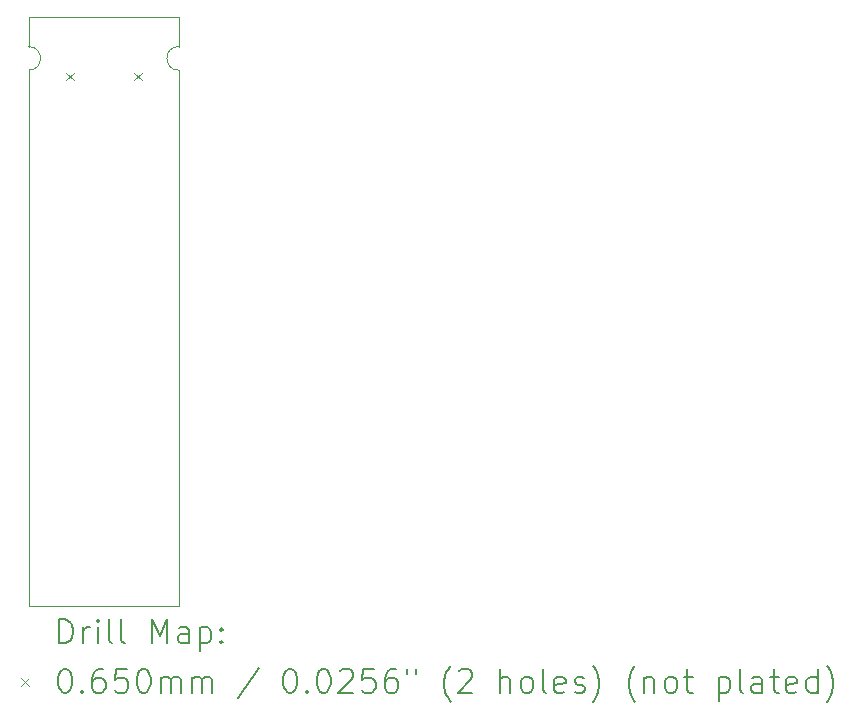
<source format=gbr>
%TF.GenerationSoftware,KiCad,Pcbnew,8.0.5-8.0.5-0~ubuntu24.04.1*%
%TF.CreationDate,2024-10-10T17:44:52+02:00*%
%TF.ProjectId,epi_ESP32_PD,6570695f-4553-4503-9332-5f50442e6b69,1_1*%
%TF.SameCoordinates,Original*%
%TF.FileFunction,Drillmap*%
%TF.FilePolarity,Positive*%
%FSLAX45Y45*%
G04 Gerber Fmt 4.5, Leading zero omitted, Abs format (unit mm)*
G04 Created by KiCad (PCBNEW 8.0.5-8.0.5-0~ubuntu24.04.1) date 2024-10-10 17:44:52*
%MOMM*%
%LPD*%
G01*
G04 APERTURE LIST*
%ADD10C,0.010000*%
%ADD11C,0.200000*%
%ADD12C,0.100000*%
G04 APERTURE END LIST*
D10*
X9789000Y-3390000D02*
X9789000Y-3643312D01*
X9789504Y-8382000D02*
X11060000Y-8382000D01*
X11059000Y-3843312D02*
G75*
G02*
X11059000Y-3643307I0J100003D01*
G01*
X9789000Y-3643312D02*
G75*
G02*
X9789000Y-3843307I0J-99998D01*
G01*
X9789000Y-3390000D02*
X11059000Y-3390000D01*
X11060000Y-8382000D02*
X11059000Y-3843312D01*
X9789000Y-3843312D02*
X9789504Y-8382000D01*
X11059000Y-3390000D02*
X11059000Y-3643312D01*
D11*
D12*
X10103500Y-3864500D02*
X10168500Y-3929500D01*
X10168500Y-3864500D02*
X10103500Y-3929500D01*
X10681500Y-3864500D02*
X10746500Y-3929500D01*
X10746500Y-3864500D02*
X10681500Y-3929500D01*
D11*
X10049277Y-8693984D02*
X10049277Y-8493984D01*
X10049277Y-8493984D02*
X10096896Y-8493984D01*
X10096896Y-8493984D02*
X10125467Y-8503508D01*
X10125467Y-8503508D02*
X10144515Y-8522555D01*
X10144515Y-8522555D02*
X10154039Y-8541603D01*
X10154039Y-8541603D02*
X10163563Y-8579698D01*
X10163563Y-8579698D02*
X10163563Y-8608270D01*
X10163563Y-8608270D02*
X10154039Y-8646365D01*
X10154039Y-8646365D02*
X10144515Y-8665412D01*
X10144515Y-8665412D02*
X10125467Y-8684460D01*
X10125467Y-8684460D02*
X10096896Y-8693984D01*
X10096896Y-8693984D02*
X10049277Y-8693984D01*
X10249277Y-8693984D02*
X10249277Y-8560650D01*
X10249277Y-8598746D02*
X10258801Y-8579698D01*
X10258801Y-8579698D02*
X10268324Y-8570174D01*
X10268324Y-8570174D02*
X10287372Y-8560650D01*
X10287372Y-8560650D02*
X10306420Y-8560650D01*
X10373086Y-8693984D02*
X10373086Y-8560650D01*
X10373086Y-8493984D02*
X10363563Y-8503508D01*
X10363563Y-8503508D02*
X10373086Y-8513031D01*
X10373086Y-8513031D02*
X10382610Y-8503508D01*
X10382610Y-8503508D02*
X10373086Y-8493984D01*
X10373086Y-8493984D02*
X10373086Y-8513031D01*
X10496896Y-8693984D02*
X10477848Y-8684460D01*
X10477848Y-8684460D02*
X10468324Y-8665412D01*
X10468324Y-8665412D02*
X10468324Y-8493984D01*
X10601658Y-8693984D02*
X10582610Y-8684460D01*
X10582610Y-8684460D02*
X10573086Y-8665412D01*
X10573086Y-8665412D02*
X10573086Y-8493984D01*
X10830229Y-8693984D02*
X10830229Y-8493984D01*
X10830229Y-8493984D02*
X10896896Y-8636841D01*
X10896896Y-8636841D02*
X10963563Y-8493984D01*
X10963563Y-8493984D02*
X10963563Y-8693984D01*
X11144515Y-8693984D02*
X11144515Y-8589222D01*
X11144515Y-8589222D02*
X11134991Y-8570174D01*
X11134991Y-8570174D02*
X11115944Y-8560650D01*
X11115944Y-8560650D02*
X11077848Y-8560650D01*
X11077848Y-8560650D02*
X11058801Y-8570174D01*
X11144515Y-8684460D02*
X11125467Y-8693984D01*
X11125467Y-8693984D02*
X11077848Y-8693984D01*
X11077848Y-8693984D02*
X11058801Y-8684460D01*
X11058801Y-8684460D02*
X11049277Y-8665412D01*
X11049277Y-8665412D02*
X11049277Y-8646365D01*
X11049277Y-8646365D02*
X11058801Y-8627317D01*
X11058801Y-8627317D02*
X11077848Y-8617793D01*
X11077848Y-8617793D02*
X11125467Y-8617793D01*
X11125467Y-8617793D02*
X11144515Y-8608270D01*
X11239753Y-8560650D02*
X11239753Y-8760650D01*
X11239753Y-8570174D02*
X11258801Y-8560650D01*
X11258801Y-8560650D02*
X11296896Y-8560650D01*
X11296896Y-8560650D02*
X11315943Y-8570174D01*
X11315943Y-8570174D02*
X11325467Y-8579698D01*
X11325467Y-8579698D02*
X11334991Y-8598746D01*
X11334991Y-8598746D02*
X11334991Y-8655889D01*
X11334991Y-8655889D02*
X11325467Y-8674936D01*
X11325467Y-8674936D02*
X11315943Y-8684460D01*
X11315943Y-8684460D02*
X11296896Y-8693984D01*
X11296896Y-8693984D02*
X11258801Y-8693984D01*
X11258801Y-8693984D02*
X11239753Y-8684460D01*
X11420705Y-8674936D02*
X11430229Y-8684460D01*
X11430229Y-8684460D02*
X11420705Y-8693984D01*
X11420705Y-8693984D02*
X11411182Y-8684460D01*
X11411182Y-8684460D02*
X11420705Y-8674936D01*
X11420705Y-8674936D02*
X11420705Y-8693984D01*
X11420705Y-8570174D02*
X11430229Y-8579698D01*
X11430229Y-8579698D02*
X11420705Y-8589222D01*
X11420705Y-8589222D02*
X11411182Y-8579698D01*
X11411182Y-8579698D02*
X11420705Y-8570174D01*
X11420705Y-8570174D02*
X11420705Y-8589222D01*
D12*
X9723500Y-8990000D02*
X9788500Y-9055000D01*
X9788500Y-8990000D02*
X9723500Y-9055000D01*
D11*
X10087372Y-8913984D02*
X10106420Y-8913984D01*
X10106420Y-8913984D02*
X10125467Y-8923508D01*
X10125467Y-8923508D02*
X10134991Y-8933031D01*
X10134991Y-8933031D02*
X10144515Y-8952079D01*
X10144515Y-8952079D02*
X10154039Y-8990174D01*
X10154039Y-8990174D02*
X10154039Y-9037793D01*
X10154039Y-9037793D02*
X10144515Y-9075889D01*
X10144515Y-9075889D02*
X10134991Y-9094936D01*
X10134991Y-9094936D02*
X10125467Y-9104460D01*
X10125467Y-9104460D02*
X10106420Y-9113984D01*
X10106420Y-9113984D02*
X10087372Y-9113984D01*
X10087372Y-9113984D02*
X10068324Y-9104460D01*
X10068324Y-9104460D02*
X10058801Y-9094936D01*
X10058801Y-9094936D02*
X10049277Y-9075889D01*
X10049277Y-9075889D02*
X10039753Y-9037793D01*
X10039753Y-9037793D02*
X10039753Y-8990174D01*
X10039753Y-8990174D02*
X10049277Y-8952079D01*
X10049277Y-8952079D02*
X10058801Y-8933031D01*
X10058801Y-8933031D02*
X10068324Y-8923508D01*
X10068324Y-8923508D02*
X10087372Y-8913984D01*
X10239753Y-9094936D02*
X10249277Y-9104460D01*
X10249277Y-9104460D02*
X10239753Y-9113984D01*
X10239753Y-9113984D02*
X10230229Y-9104460D01*
X10230229Y-9104460D02*
X10239753Y-9094936D01*
X10239753Y-9094936D02*
X10239753Y-9113984D01*
X10420705Y-8913984D02*
X10382610Y-8913984D01*
X10382610Y-8913984D02*
X10363563Y-8923508D01*
X10363563Y-8923508D02*
X10354039Y-8933031D01*
X10354039Y-8933031D02*
X10334991Y-8961603D01*
X10334991Y-8961603D02*
X10325467Y-8999698D01*
X10325467Y-8999698D02*
X10325467Y-9075889D01*
X10325467Y-9075889D02*
X10334991Y-9094936D01*
X10334991Y-9094936D02*
X10344515Y-9104460D01*
X10344515Y-9104460D02*
X10363563Y-9113984D01*
X10363563Y-9113984D02*
X10401658Y-9113984D01*
X10401658Y-9113984D02*
X10420705Y-9104460D01*
X10420705Y-9104460D02*
X10430229Y-9094936D01*
X10430229Y-9094936D02*
X10439753Y-9075889D01*
X10439753Y-9075889D02*
X10439753Y-9028270D01*
X10439753Y-9028270D02*
X10430229Y-9009222D01*
X10430229Y-9009222D02*
X10420705Y-8999698D01*
X10420705Y-8999698D02*
X10401658Y-8990174D01*
X10401658Y-8990174D02*
X10363563Y-8990174D01*
X10363563Y-8990174D02*
X10344515Y-8999698D01*
X10344515Y-8999698D02*
X10334991Y-9009222D01*
X10334991Y-9009222D02*
X10325467Y-9028270D01*
X10620705Y-8913984D02*
X10525467Y-8913984D01*
X10525467Y-8913984D02*
X10515944Y-9009222D01*
X10515944Y-9009222D02*
X10525467Y-8999698D01*
X10525467Y-8999698D02*
X10544515Y-8990174D01*
X10544515Y-8990174D02*
X10592134Y-8990174D01*
X10592134Y-8990174D02*
X10611182Y-8999698D01*
X10611182Y-8999698D02*
X10620705Y-9009222D01*
X10620705Y-9009222D02*
X10630229Y-9028270D01*
X10630229Y-9028270D02*
X10630229Y-9075889D01*
X10630229Y-9075889D02*
X10620705Y-9094936D01*
X10620705Y-9094936D02*
X10611182Y-9104460D01*
X10611182Y-9104460D02*
X10592134Y-9113984D01*
X10592134Y-9113984D02*
X10544515Y-9113984D01*
X10544515Y-9113984D02*
X10525467Y-9104460D01*
X10525467Y-9104460D02*
X10515944Y-9094936D01*
X10754039Y-8913984D02*
X10773086Y-8913984D01*
X10773086Y-8913984D02*
X10792134Y-8923508D01*
X10792134Y-8923508D02*
X10801658Y-8933031D01*
X10801658Y-8933031D02*
X10811182Y-8952079D01*
X10811182Y-8952079D02*
X10820705Y-8990174D01*
X10820705Y-8990174D02*
X10820705Y-9037793D01*
X10820705Y-9037793D02*
X10811182Y-9075889D01*
X10811182Y-9075889D02*
X10801658Y-9094936D01*
X10801658Y-9094936D02*
X10792134Y-9104460D01*
X10792134Y-9104460D02*
X10773086Y-9113984D01*
X10773086Y-9113984D02*
X10754039Y-9113984D01*
X10754039Y-9113984D02*
X10734991Y-9104460D01*
X10734991Y-9104460D02*
X10725467Y-9094936D01*
X10725467Y-9094936D02*
X10715944Y-9075889D01*
X10715944Y-9075889D02*
X10706420Y-9037793D01*
X10706420Y-9037793D02*
X10706420Y-8990174D01*
X10706420Y-8990174D02*
X10715944Y-8952079D01*
X10715944Y-8952079D02*
X10725467Y-8933031D01*
X10725467Y-8933031D02*
X10734991Y-8923508D01*
X10734991Y-8923508D02*
X10754039Y-8913984D01*
X10906420Y-9113984D02*
X10906420Y-8980650D01*
X10906420Y-8999698D02*
X10915944Y-8990174D01*
X10915944Y-8990174D02*
X10934991Y-8980650D01*
X10934991Y-8980650D02*
X10963563Y-8980650D01*
X10963563Y-8980650D02*
X10982610Y-8990174D01*
X10982610Y-8990174D02*
X10992134Y-9009222D01*
X10992134Y-9009222D02*
X10992134Y-9113984D01*
X10992134Y-9009222D02*
X11001658Y-8990174D01*
X11001658Y-8990174D02*
X11020705Y-8980650D01*
X11020705Y-8980650D02*
X11049277Y-8980650D01*
X11049277Y-8980650D02*
X11068325Y-8990174D01*
X11068325Y-8990174D02*
X11077848Y-9009222D01*
X11077848Y-9009222D02*
X11077848Y-9113984D01*
X11173086Y-9113984D02*
X11173086Y-8980650D01*
X11173086Y-8999698D02*
X11182610Y-8990174D01*
X11182610Y-8990174D02*
X11201658Y-8980650D01*
X11201658Y-8980650D02*
X11230229Y-8980650D01*
X11230229Y-8980650D02*
X11249277Y-8990174D01*
X11249277Y-8990174D02*
X11258801Y-9009222D01*
X11258801Y-9009222D02*
X11258801Y-9113984D01*
X11258801Y-9009222D02*
X11268324Y-8990174D01*
X11268324Y-8990174D02*
X11287372Y-8980650D01*
X11287372Y-8980650D02*
X11315943Y-8980650D01*
X11315943Y-8980650D02*
X11334991Y-8990174D01*
X11334991Y-8990174D02*
X11344515Y-9009222D01*
X11344515Y-9009222D02*
X11344515Y-9113984D01*
X11734991Y-8904460D02*
X11563563Y-9161603D01*
X11992134Y-8913984D02*
X12011182Y-8913984D01*
X12011182Y-8913984D02*
X12030229Y-8923508D01*
X12030229Y-8923508D02*
X12039753Y-8933031D01*
X12039753Y-8933031D02*
X12049277Y-8952079D01*
X12049277Y-8952079D02*
X12058801Y-8990174D01*
X12058801Y-8990174D02*
X12058801Y-9037793D01*
X12058801Y-9037793D02*
X12049277Y-9075889D01*
X12049277Y-9075889D02*
X12039753Y-9094936D01*
X12039753Y-9094936D02*
X12030229Y-9104460D01*
X12030229Y-9104460D02*
X12011182Y-9113984D01*
X12011182Y-9113984D02*
X11992134Y-9113984D01*
X11992134Y-9113984D02*
X11973086Y-9104460D01*
X11973086Y-9104460D02*
X11963563Y-9094936D01*
X11963563Y-9094936D02*
X11954039Y-9075889D01*
X11954039Y-9075889D02*
X11944515Y-9037793D01*
X11944515Y-9037793D02*
X11944515Y-8990174D01*
X11944515Y-8990174D02*
X11954039Y-8952079D01*
X11954039Y-8952079D02*
X11963563Y-8933031D01*
X11963563Y-8933031D02*
X11973086Y-8923508D01*
X11973086Y-8923508D02*
X11992134Y-8913984D01*
X12144515Y-9094936D02*
X12154039Y-9104460D01*
X12154039Y-9104460D02*
X12144515Y-9113984D01*
X12144515Y-9113984D02*
X12134991Y-9104460D01*
X12134991Y-9104460D02*
X12144515Y-9094936D01*
X12144515Y-9094936D02*
X12144515Y-9113984D01*
X12277848Y-8913984D02*
X12296896Y-8913984D01*
X12296896Y-8913984D02*
X12315944Y-8923508D01*
X12315944Y-8923508D02*
X12325467Y-8933031D01*
X12325467Y-8933031D02*
X12334991Y-8952079D01*
X12334991Y-8952079D02*
X12344515Y-8990174D01*
X12344515Y-8990174D02*
X12344515Y-9037793D01*
X12344515Y-9037793D02*
X12334991Y-9075889D01*
X12334991Y-9075889D02*
X12325467Y-9094936D01*
X12325467Y-9094936D02*
X12315944Y-9104460D01*
X12315944Y-9104460D02*
X12296896Y-9113984D01*
X12296896Y-9113984D02*
X12277848Y-9113984D01*
X12277848Y-9113984D02*
X12258801Y-9104460D01*
X12258801Y-9104460D02*
X12249277Y-9094936D01*
X12249277Y-9094936D02*
X12239753Y-9075889D01*
X12239753Y-9075889D02*
X12230229Y-9037793D01*
X12230229Y-9037793D02*
X12230229Y-8990174D01*
X12230229Y-8990174D02*
X12239753Y-8952079D01*
X12239753Y-8952079D02*
X12249277Y-8933031D01*
X12249277Y-8933031D02*
X12258801Y-8923508D01*
X12258801Y-8923508D02*
X12277848Y-8913984D01*
X12420706Y-8933031D02*
X12430229Y-8923508D01*
X12430229Y-8923508D02*
X12449277Y-8913984D01*
X12449277Y-8913984D02*
X12496896Y-8913984D01*
X12496896Y-8913984D02*
X12515944Y-8923508D01*
X12515944Y-8923508D02*
X12525467Y-8933031D01*
X12525467Y-8933031D02*
X12534991Y-8952079D01*
X12534991Y-8952079D02*
X12534991Y-8971127D01*
X12534991Y-8971127D02*
X12525467Y-8999698D01*
X12525467Y-8999698D02*
X12411182Y-9113984D01*
X12411182Y-9113984D02*
X12534991Y-9113984D01*
X12715944Y-8913984D02*
X12620706Y-8913984D01*
X12620706Y-8913984D02*
X12611182Y-9009222D01*
X12611182Y-9009222D02*
X12620706Y-8999698D01*
X12620706Y-8999698D02*
X12639753Y-8990174D01*
X12639753Y-8990174D02*
X12687372Y-8990174D01*
X12687372Y-8990174D02*
X12706420Y-8999698D01*
X12706420Y-8999698D02*
X12715944Y-9009222D01*
X12715944Y-9009222D02*
X12725467Y-9028270D01*
X12725467Y-9028270D02*
X12725467Y-9075889D01*
X12725467Y-9075889D02*
X12715944Y-9094936D01*
X12715944Y-9094936D02*
X12706420Y-9104460D01*
X12706420Y-9104460D02*
X12687372Y-9113984D01*
X12687372Y-9113984D02*
X12639753Y-9113984D01*
X12639753Y-9113984D02*
X12620706Y-9104460D01*
X12620706Y-9104460D02*
X12611182Y-9094936D01*
X12896896Y-8913984D02*
X12858801Y-8913984D01*
X12858801Y-8913984D02*
X12839753Y-8923508D01*
X12839753Y-8923508D02*
X12830229Y-8933031D01*
X12830229Y-8933031D02*
X12811182Y-8961603D01*
X12811182Y-8961603D02*
X12801658Y-8999698D01*
X12801658Y-8999698D02*
X12801658Y-9075889D01*
X12801658Y-9075889D02*
X12811182Y-9094936D01*
X12811182Y-9094936D02*
X12820706Y-9104460D01*
X12820706Y-9104460D02*
X12839753Y-9113984D01*
X12839753Y-9113984D02*
X12877848Y-9113984D01*
X12877848Y-9113984D02*
X12896896Y-9104460D01*
X12896896Y-9104460D02*
X12906420Y-9094936D01*
X12906420Y-9094936D02*
X12915944Y-9075889D01*
X12915944Y-9075889D02*
X12915944Y-9028270D01*
X12915944Y-9028270D02*
X12906420Y-9009222D01*
X12906420Y-9009222D02*
X12896896Y-8999698D01*
X12896896Y-8999698D02*
X12877848Y-8990174D01*
X12877848Y-8990174D02*
X12839753Y-8990174D01*
X12839753Y-8990174D02*
X12820706Y-8999698D01*
X12820706Y-8999698D02*
X12811182Y-9009222D01*
X12811182Y-9009222D02*
X12801658Y-9028270D01*
X12992134Y-8913984D02*
X12992134Y-8952079D01*
X13068325Y-8913984D02*
X13068325Y-8952079D01*
X13363563Y-9190174D02*
X13354039Y-9180650D01*
X13354039Y-9180650D02*
X13334991Y-9152079D01*
X13334991Y-9152079D02*
X13325468Y-9133031D01*
X13325468Y-9133031D02*
X13315944Y-9104460D01*
X13315944Y-9104460D02*
X13306420Y-9056841D01*
X13306420Y-9056841D02*
X13306420Y-9018746D01*
X13306420Y-9018746D02*
X13315944Y-8971127D01*
X13315944Y-8971127D02*
X13325468Y-8942555D01*
X13325468Y-8942555D02*
X13334991Y-8923508D01*
X13334991Y-8923508D02*
X13354039Y-8894936D01*
X13354039Y-8894936D02*
X13363563Y-8885412D01*
X13430229Y-8933031D02*
X13439753Y-8923508D01*
X13439753Y-8923508D02*
X13458801Y-8913984D01*
X13458801Y-8913984D02*
X13506420Y-8913984D01*
X13506420Y-8913984D02*
X13525468Y-8923508D01*
X13525468Y-8923508D02*
X13534991Y-8933031D01*
X13534991Y-8933031D02*
X13544515Y-8952079D01*
X13544515Y-8952079D02*
X13544515Y-8971127D01*
X13544515Y-8971127D02*
X13534991Y-8999698D01*
X13534991Y-8999698D02*
X13420706Y-9113984D01*
X13420706Y-9113984D02*
X13544515Y-9113984D01*
X13782610Y-9113984D02*
X13782610Y-8913984D01*
X13868325Y-9113984D02*
X13868325Y-9009222D01*
X13868325Y-9009222D02*
X13858801Y-8990174D01*
X13858801Y-8990174D02*
X13839753Y-8980650D01*
X13839753Y-8980650D02*
X13811182Y-8980650D01*
X13811182Y-8980650D02*
X13792134Y-8990174D01*
X13792134Y-8990174D02*
X13782610Y-8999698D01*
X13992134Y-9113984D02*
X13973087Y-9104460D01*
X13973087Y-9104460D02*
X13963563Y-9094936D01*
X13963563Y-9094936D02*
X13954039Y-9075889D01*
X13954039Y-9075889D02*
X13954039Y-9018746D01*
X13954039Y-9018746D02*
X13963563Y-8999698D01*
X13963563Y-8999698D02*
X13973087Y-8990174D01*
X13973087Y-8990174D02*
X13992134Y-8980650D01*
X13992134Y-8980650D02*
X14020706Y-8980650D01*
X14020706Y-8980650D02*
X14039753Y-8990174D01*
X14039753Y-8990174D02*
X14049277Y-8999698D01*
X14049277Y-8999698D02*
X14058801Y-9018746D01*
X14058801Y-9018746D02*
X14058801Y-9075889D01*
X14058801Y-9075889D02*
X14049277Y-9094936D01*
X14049277Y-9094936D02*
X14039753Y-9104460D01*
X14039753Y-9104460D02*
X14020706Y-9113984D01*
X14020706Y-9113984D02*
X13992134Y-9113984D01*
X14173087Y-9113984D02*
X14154039Y-9104460D01*
X14154039Y-9104460D02*
X14144515Y-9085412D01*
X14144515Y-9085412D02*
X14144515Y-8913984D01*
X14325468Y-9104460D02*
X14306420Y-9113984D01*
X14306420Y-9113984D02*
X14268325Y-9113984D01*
X14268325Y-9113984D02*
X14249277Y-9104460D01*
X14249277Y-9104460D02*
X14239753Y-9085412D01*
X14239753Y-9085412D02*
X14239753Y-9009222D01*
X14239753Y-9009222D02*
X14249277Y-8990174D01*
X14249277Y-8990174D02*
X14268325Y-8980650D01*
X14268325Y-8980650D02*
X14306420Y-8980650D01*
X14306420Y-8980650D02*
X14325468Y-8990174D01*
X14325468Y-8990174D02*
X14334991Y-9009222D01*
X14334991Y-9009222D02*
X14334991Y-9028270D01*
X14334991Y-9028270D02*
X14239753Y-9047317D01*
X14411182Y-9104460D02*
X14430230Y-9113984D01*
X14430230Y-9113984D02*
X14468325Y-9113984D01*
X14468325Y-9113984D02*
X14487372Y-9104460D01*
X14487372Y-9104460D02*
X14496896Y-9085412D01*
X14496896Y-9085412D02*
X14496896Y-9075889D01*
X14496896Y-9075889D02*
X14487372Y-9056841D01*
X14487372Y-9056841D02*
X14468325Y-9047317D01*
X14468325Y-9047317D02*
X14439753Y-9047317D01*
X14439753Y-9047317D02*
X14420706Y-9037793D01*
X14420706Y-9037793D02*
X14411182Y-9018746D01*
X14411182Y-9018746D02*
X14411182Y-9009222D01*
X14411182Y-9009222D02*
X14420706Y-8990174D01*
X14420706Y-8990174D02*
X14439753Y-8980650D01*
X14439753Y-8980650D02*
X14468325Y-8980650D01*
X14468325Y-8980650D02*
X14487372Y-8990174D01*
X14563563Y-9190174D02*
X14573087Y-9180650D01*
X14573087Y-9180650D02*
X14592134Y-9152079D01*
X14592134Y-9152079D02*
X14601658Y-9133031D01*
X14601658Y-9133031D02*
X14611182Y-9104460D01*
X14611182Y-9104460D02*
X14620706Y-9056841D01*
X14620706Y-9056841D02*
X14620706Y-9018746D01*
X14620706Y-9018746D02*
X14611182Y-8971127D01*
X14611182Y-8971127D02*
X14601658Y-8942555D01*
X14601658Y-8942555D02*
X14592134Y-8923508D01*
X14592134Y-8923508D02*
X14573087Y-8894936D01*
X14573087Y-8894936D02*
X14563563Y-8885412D01*
X14925468Y-9190174D02*
X14915944Y-9180650D01*
X14915944Y-9180650D02*
X14896896Y-9152079D01*
X14896896Y-9152079D02*
X14887372Y-9133031D01*
X14887372Y-9133031D02*
X14877849Y-9104460D01*
X14877849Y-9104460D02*
X14868325Y-9056841D01*
X14868325Y-9056841D02*
X14868325Y-9018746D01*
X14868325Y-9018746D02*
X14877849Y-8971127D01*
X14877849Y-8971127D02*
X14887372Y-8942555D01*
X14887372Y-8942555D02*
X14896896Y-8923508D01*
X14896896Y-8923508D02*
X14915944Y-8894936D01*
X14915944Y-8894936D02*
X14925468Y-8885412D01*
X15001658Y-8980650D02*
X15001658Y-9113984D01*
X15001658Y-8999698D02*
X15011182Y-8990174D01*
X15011182Y-8990174D02*
X15030230Y-8980650D01*
X15030230Y-8980650D02*
X15058801Y-8980650D01*
X15058801Y-8980650D02*
X15077849Y-8990174D01*
X15077849Y-8990174D02*
X15087372Y-9009222D01*
X15087372Y-9009222D02*
X15087372Y-9113984D01*
X15211182Y-9113984D02*
X15192134Y-9104460D01*
X15192134Y-9104460D02*
X15182611Y-9094936D01*
X15182611Y-9094936D02*
X15173087Y-9075889D01*
X15173087Y-9075889D02*
X15173087Y-9018746D01*
X15173087Y-9018746D02*
X15182611Y-8999698D01*
X15182611Y-8999698D02*
X15192134Y-8990174D01*
X15192134Y-8990174D02*
X15211182Y-8980650D01*
X15211182Y-8980650D02*
X15239753Y-8980650D01*
X15239753Y-8980650D02*
X15258801Y-8990174D01*
X15258801Y-8990174D02*
X15268325Y-8999698D01*
X15268325Y-8999698D02*
X15277849Y-9018746D01*
X15277849Y-9018746D02*
X15277849Y-9075889D01*
X15277849Y-9075889D02*
X15268325Y-9094936D01*
X15268325Y-9094936D02*
X15258801Y-9104460D01*
X15258801Y-9104460D02*
X15239753Y-9113984D01*
X15239753Y-9113984D02*
X15211182Y-9113984D01*
X15334992Y-8980650D02*
X15411182Y-8980650D01*
X15363563Y-8913984D02*
X15363563Y-9085412D01*
X15363563Y-9085412D02*
X15373087Y-9104460D01*
X15373087Y-9104460D02*
X15392134Y-9113984D01*
X15392134Y-9113984D02*
X15411182Y-9113984D01*
X15630230Y-8980650D02*
X15630230Y-9180650D01*
X15630230Y-8990174D02*
X15649277Y-8980650D01*
X15649277Y-8980650D02*
X15687373Y-8980650D01*
X15687373Y-8980650D02*
X15706420Y-8990174D01*
X15706420Y-8990174D02*
X15715944Y-8999698D01*
X15715944Y-8999698D02*
X15725468Y-9018746D01*
X15725468Y-9018746D02*
X15725468Y-9075889D01*
X15725468Y-9075889D02*
X15715944Y-9094936D01*
X15715944Y-9094936D02*
X15706420Y-9104460D01*
X15706420Y-9104460D02*
X15687373Y-9113984D01*
X15687373Y-9113984D02*
X15649277Y-9113984D01*
X15649277Y-9113984D02*
X15630230Y-9104460D01*
X15839753Y-9113984D02*
X15820706Y-9104460D01*
X15820706Y-9104460D02*
X15811182Y-9085412D01*
X15811182Y-9085412D02*
X15811182Y-8913984D01*
X16001658Y-9113984D02*
X16001658Y-9009222D01*
X16001658Y-9009222D02*
X15992134Y-8990174D01*
X15992134Y-8990174D02*
X15973087Y-8980650D01*
X15973087Y-8980650D02*
X15934992Y-8980650D01*
X15934992Y-8980650D02*
X15915944Y-8990174D01*
X16001658Y-9104460D02*
X15982611Y-9113984D01*
X15982611Y-9113984D02*
X15934992Y-9113984D01*
X15934992Y-9113984D02*
X15915944Y-9104460D01*
X15915944Y-9104460D02*
X15906420Y-9085412D01*
X15906420Y-9085412D02*
X15906420Y-9066365D01*
X15906420Y-9066365D02*
X15915944Y-9047317D01*
X15915944Y-9047317D02*
X15934992Y-9037793D01*
X15934992Y-9037793D02*
X15982611Y-9037793D01*
X15982611Y-9037793D02*
X16001658Y-9028270D01*
X16068325Y-8980650D02*
X16144515Y-8980650D01*
X16096896Y-8913984D02*
X16096896Y-9085412D01*
X16096896Y-9085412D02*
X16106420Y-9104460D01*
X16106420Y-9104460D02*
X16125468Y-9113984D01*
X16125468Y-9113984D02*
X16144515Y-9113984D01*
X16287373Y-9104460D02*
X16268325Y-9113984D01*
X16268325Y-9113984D02*
X16230230Y-9113984D01*
X16230230Y-9113984D02*
X16211182Y-9104460D01*
X16211182Y-9104460D02*
X16201658Y-9085412D01*
X16201658Y-9085412D02*
X16201658Y-9009222D01*
X16201658Y-9009222D02*
X16211182Y-8990174D01*
X16211182Y-8990174D02*
X16230230Y-8980650D01*
X16230230Y-8980650D02*
X16268325Y-8980650D01*
X16268325Y-8980650D02*
X16287373Y-8990174D01*
X16287373Y-8990174D02*
X16296896Y-9009222D01*
X16296896Y-9009222D02*
X16296896Y-9028270D01*
X16296896Y-9028270D02*
X16201658Y-9047317D01*
X16468325Y-9113984D02*
X16468325Y-8913984D01*
X16468325Y-9104460D02*
X16449277Y-9113984D01*
X16449277Y-9113984D02*
X16411182Y-9113984D01*
X16411182Y-9113984D02*
X16392134Y-9104460D01*
X16392134Y-9104460D02*
X16382611Y-9094936D01*
X16382611Y-9094936D02*
X16373087Y-9075889D01*
X16373087Y-9075889D02*
X16373087Y-9018746D01*
X16373087Y-9018746D02*
X16382611Y-8999698D01*
X16382611Y-8999698D02*
X16392134Y-8990174D01*
X16392134Y-8990174D02*
X16411182Y-8980650D01*
X16411182Y-8980650D02*
X16449277Y-8980650D01*
X16449277Y-8980650D02*
X16468325Y-8990174D01*
X16544515Y-9190174D02*
X16554039Y-9180650D01*
X16554039Y-9180650D02*
X16573087Y-9152079D01*
X16573087Y-9152079D02*
X16582611Y-9133031D01*
X16582611Y-9133031D02*
X16592134Y-9104460D01*
X16592134Y-9104460D02*
X16601658Y-9056841D01*
X16601658Y-9056841D02*
X16601658Y-9018746D01*
X16601658Y-9018746D02*
X16592134Y-8971127D01*
X16592134Y-8971127D02*
X16582611Y-8942555D01*
X16582611Y-8942555D02*
X16573087Y-8923508D01*
X16573087Y-8923508D02*
X16554039Y-8894936D01*
X16554039Y-8894936D02*
X16544515Y-8885412D01*
M02*

</source>
